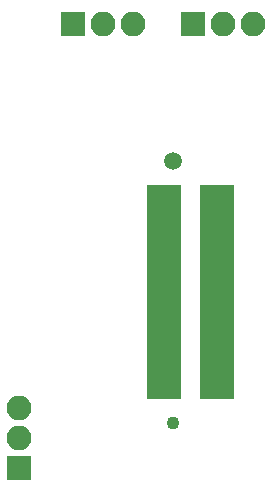
<source format=gbs>
G04 #@! TF.GenerationSoftware,KiCad,Pcbnew,no-vcs-found-7722~57~ubuntu16.04.1*
G04 #@! TF.CreationDate,2017-02-25T15:26:39+01:00*
G04 #@! TF.ProjectId,GhostSensorboard,47686F737453656E736F72626F617264,rev?*
G04 #@! TF.FileFunction,Soldermask,Bot*
G04 #@! TF.FilePolarity,Negative*
%FSLAX46Y46*%
G04 Gerber Fmt 4.6, Leading zero omitted, Abs format (unit mm)*
G04 Created by KiCad (PCBNEW no-vcs-found-7722~57~ubuntu16.04.1) date Sat Feb 25 15:26:39 2017*
%MOMM*%
%LPD*%
G01*
G04 APERTURE LIST*
%ADD10C,0.100000*%
%ADD11R,2.100000X2.100000*%
%ADD12O,2.100000X2.100000*%
%ADD13R,2.900000X0.750000*%
%ADD14C,1.100000*%
%ADD15C,1.500000*%
G04 APERTURE END LIST*
D10*
D11*
X99664520Y-77767180D03*
D12*
X102204520Y-77767180D03*
X104744520Y-77767180D03*
D11*
X109816900Y-77701140D03*
D12*
X112356900Y-77701140D03*
X114896900Y-77701140D03*
D13*
X107368780Y-91711280D03*
X107368780Y-92311280D03*
X107368780Y-92911280D03*
X107368780Y-93511280D03*
X107368780Y-94111280D03*
X107368780Y-94711280D03*
X107368780Y-95311280D03*
X107368780Y-95911280D03*
X107368780Y-96511280D03*
X107368780Y-97111280D03*
X107368780Y-97711280D03*
X107368780Y-98311280D03*
X107368780Y-98911280D03*
X107368780Y-99511280D03*
X107368780Y-100111280D03*
X107368780Y-100711280D03*
X107368780Y-101311280D03*
X107368780Y-101911280D03*
X107368780Y-102511280D03*
X107368780Y-103111280D03*
X107368780Y-103711280D03*
X107368780Y-104311280D03*
X107368780Y-104911280D03*
X107368780Y-105511280D03*
X107368780Y-106111280D03*
X107368780Y-106711280D03*
X107368780Y-107311280D03*
X107368780Y-107911280D03*
X107368780Y-108511280D03*
X107368780Y-109111280D03*
X111868780Y-109111280D03*
X111868780Y-108511280D03*
X111868780Y-107911280D03*
X111868780Y-107311280D03*
X111868780Y-106711280D03*
X111868780Y-106111280D03*
X111868780Y-105511280D03*
X111868780Y-104911280D03*
X111868780Y-104311280D03*
X111868780Y-103711280D03*
X111868780Y-103111280D03*
X111868780Y-102511280D03*
X111868780Y-101911280D03*
X111868780Y-101311280D03*
X111868780Y-100711280D03*
X111868780Y-100111280D03*
X111868780Y-99511280D03*
X111868780Y-98911280D03*
X111868780Y-98311280D03*
X111868780Y-97711280D03*
X111868780Y-97111280D03*
X111868780Y-96511280D03*
X111868780Y-95911280D03*
X111868780Y-95311280D03*
X111868780Y-94711280D03*
X111868780Y-94111280D03*
X111868780Y-93511280D03*
X111868780Y-92911280D03*
X111868780Y-92311280D03*
X111868780Y-91711280D03*
D14*
X108118780Y-111511280D03*
D15*
X108118780Y-89311280D03*
D12*
X95097600Y-110225840D03*
X95097600Y-112765840D03*
D11*
X95097600Y-115305840D03*
M02*

</source>
